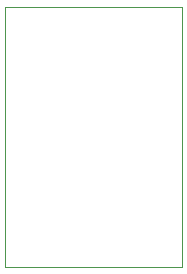
<source format=gbr>
%TF.GenerationSoftware,KiCad,Pcbnew,(6.0.5)*%
%TF.CreationDate,2023-11-22T15:12:11+07:00*%
%TF.ProjectId,lidar,6c696461-722e-46b6-9963-61645f706362,rev?*%
%TF.SameCoordinates,Original*%
%TF.FileFunction,Profile,NP*%
%FSLAX46Y46*%
G04 Gerber Fmt 4.6, Leading zero omitted, Abs format (unit mm)*
G04 Created by KiCad (PCBNEW (6.0.5)) date 2023-11-22 15:12:11*
%MOMM*%
%LPD*%
G01*
G04 APERTURE LIST*
%TA.AperFunction,Profile*%
%ADD10C,0.100000*%
%TD*%
G04 APERTURE END LIST*
D10*
X128700000Y-73200000D02*
X143700000Y-73200000D01*
X143700000Y-73200000D02*
X143700000Y-95200000D01*
X143700000Y-95200000D02*
X128700000Y-95200000D01*
X128700000Y-95200000D02*
X128700000Y-73200000D01*
M02*

</source>
